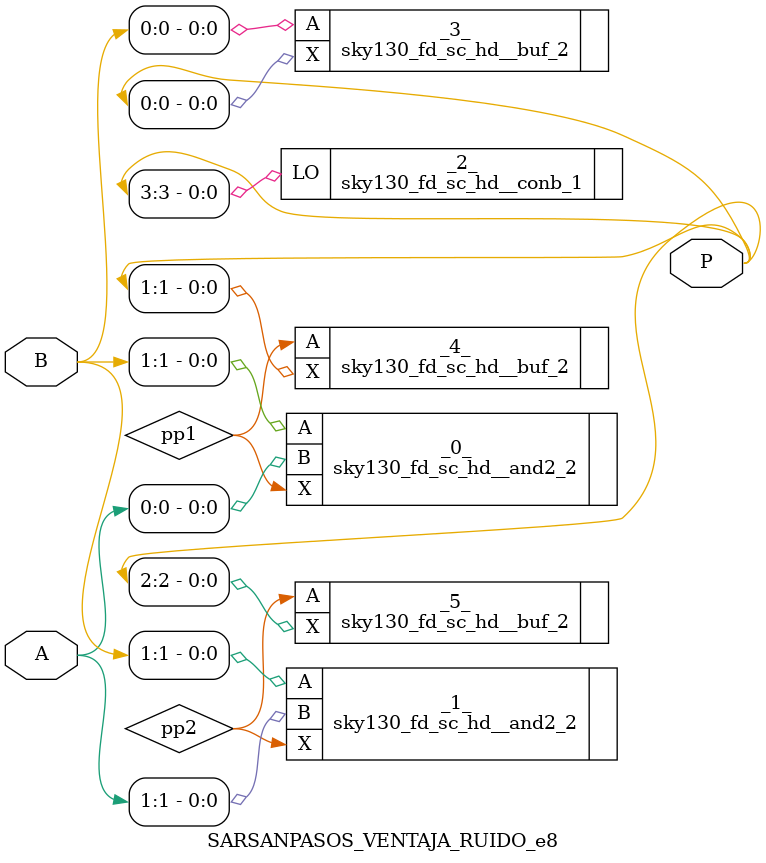
<source format=v>
module SARSANPASOS_VENTAJA_RUIDO_e8 (A,
    B,
    P);
 input [1:0] A;
 input [1:0] B;
 output [3:0] P;

 wire pp1;
 wire pp2;

 sky130_fd_sc_hd__and2_2 _0_ (.A(B[1]),
    .B(A[0]),
    .X(pp1));
 sky130_fd_sc_hd__and2_2 _1_ (.A(B[1]),
    .B(A[1]),
    .X(pp2));
 sky130_fd_sc_hd__conb_1 _2_ (.LO(P[3]));
 sky130_fd_sc_hd__buf_2 _3_ (.A(B[0]),
    .X(P[0]));
 sky130_fd_sc_hd__buf_2 _4_ (.A(pp1),
    .X(P[1]));
 sky130_fd_sc_hd__buf_2 _5_ (.A(pp2),
    .X(P[2]));
endmodule

</source>
